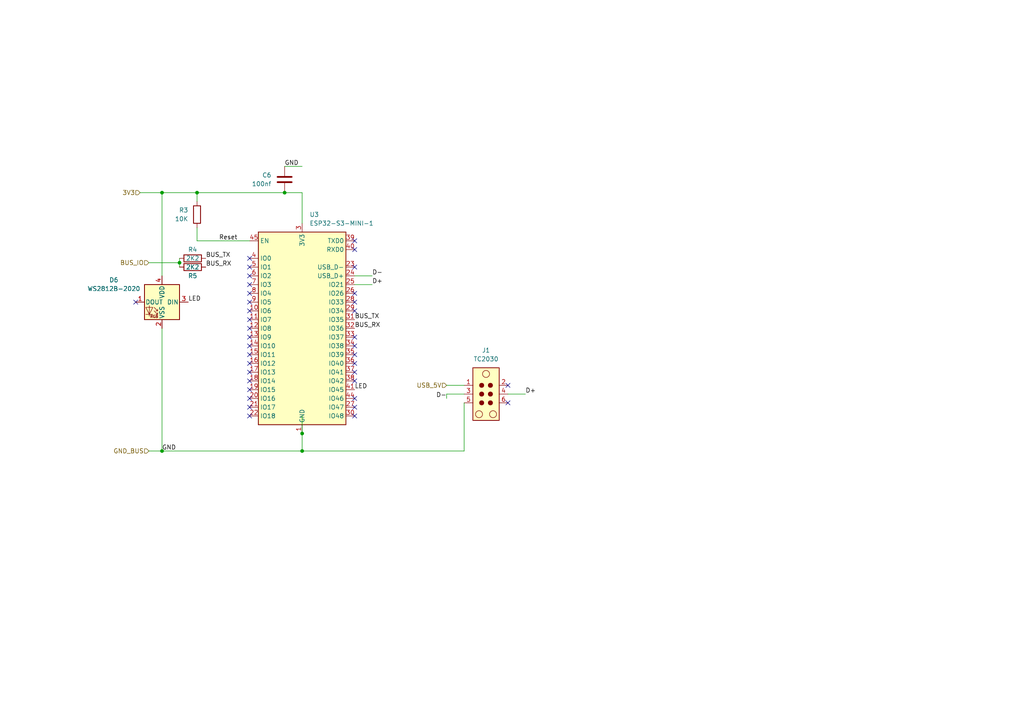
<source format=kicad_sch>
(kicad_sch (version 20250114) (generator "eeschema") (generator_version "9.0")
  (paper "A4")
  (title_block (title "ESP32 Controller") (date "2025-12-31") (rev "1.0"))
  (lib_symbols
    (symbol "Connector:TC2030" (in_bom no)
      (property "Reference" "J" (at 1.27 8.89 0))
      (property "Value" "TC2030" (at 1.27 -8.89 0))
      (symbol "TC2030_1_1"
        (rectangle (start -2.54 7.62) (end 5.08 -7.62) (stroke (width 0.254)) (fill (type background)))
        (circle (center -0.762 -5.842) (radius 1.016))
        (circle (center 0 2.54) (radius 0.635) (fill (type outline)))
        (circle (center 0 0) (radius 0.635) (fill (type outline)))
        (circle (center 0 -2.54) (radius 0.635) (fill (type outline)))
        (circle (center 1.27 5.842) (radius 1.016))
        (circle (center 2.54 2.54) (radius 0.635) (fill (type outline)))
        (circle (center 2.54 0) (radius 0.635) (fill (type outline)))
        (circle (center 2.54 -2.54) (radius 0.635) (fill (type outline)))
        (circle (center 3.302 -5.842) (radius 1.016))
        (pin passive line (at -5.08 2.54 0) (length 2.54) (name "~") (number "1"))
        (pin passive line (at -5.08 0 0) (length 2.54) (name "~") (number "3"))
        (pin passive line (at -5.08 -2.54 0) (length 2.54) (name "~") (number "5"))
        (pin passive line (at 7.62 2.54 180) (length 2.54) (name "~") (number "2"))
        (pin passive line (at 7.62 0 180) (length 2.54) (name "~") (number "4"))
        (pin passive line (at 7.62 -2.54 180) (length 2.54) (name "~") (number "6"))
      )
    )
    (symbol "Device:C" (pin_numbers (hide yes)) (pin_names (offset 0.254))
      (property "Reference" "C" (at 0.635 2.54 0))
      (property "Value" "C" (at 0.635 -2.54 0))
      (symbol "C_0_1"
        (polyline (pts (xy -2.032 0.762) (xy 2.032 0.762)) (stroke (width 0.508)))
        (polyline (pts (xy -2.032 -0.762) (xy 2.032 -0.762)) (stroke (width 0.508)))
      )
      (symbol "C_1_1"
        (pin passive line (at 0 3.81 270) (length 2.794) (name "~") (number "1"))
        (pin passive line (at 0 -3.81 90) (length 2.794) (name "~") (number "2"))
      )
    )
    (symbol "Device:R" (pin_numbers (hide yes)) (pin_names (offset 0))
      (property "Reference" "R" (at 2.032 0 90))
      (property "Value" "R" (at 0 0 90))
      (symbol "R_0_1"
        (rectangle (start -1.016 -2.54) (end 1.016 2.54) (stroke (width 0.254)))
      )
      (symbol "R_1_1"
        (pin passive line (at 0 3.81 270) (length 1.27) (name "~") (number "1"))
        (pin passive line (at 0 -3.81 90) (length 1.27) (name "~") (number "2"))
      )
    )
    (symbol "LED:WS2812B-2020" (pin_names (offset 0.254))
      (property "Reference" "D" (at 5.08 5.715 0))
      (property "Value" "WS2812B-2020" (at 1.27 -5.715 0))
      (symbol "WS2812B-2020_0_0"
        (text "RGB" (at 2.286 -4.191 0) (effects (font (size 0.762 0.762))))
      )
      (symbol "WS2812B-2020_0_1"
        (polyline (pts (xy 1.27 -2.54) (xy 1.778 -2.54)))
        (polyline (pts (xy 1.27 -3.556) (xy 1.778 -3.556)))
        (polyline (pts (xy 2.286 -1.524) (xy 1.27 -2.54) (xy 1.27 -2.032)))
        (polyline (pts (xy 2.286 -2.54) (xy 1.27 -3.556) (xy 1.27 -3.048)))
        (polyline (pts (xy 3.683 -1.016) (xy 3.683 -3.556) (xy 3.683 -4.064)))
        (polyline (pts (xy 4.699 -1.524) (xy 2.667 -1.524) (xy 3.683 -3.556) (xy 4.699 -1.524)))
        (polyline (pts (xy 4.699 -3.556) (xy 2.667 -3.556)))
        (rectangle (start 5.08 5.08) (end -5.08 -5.08) (stroke (width 0.254)) (fill (type background)))
      )
      (symbol "WS2812B-2020_1_1"
        (pin input line (at -7.62 0 0) (length 2.54) (name "DIN") (number "3"))
        (pin power_in line (at 0 7.62 270) (length 2.54) (name "VDD") (number "4"))
        (pin power_in line (at 0 -7.62 90) (length 2.54) (name "VSS") (number "2"))
        (pin output line (at 7.62 0 180) (length 2.54) (name "DOUT") (number "1"))
      )
    )
    (symbol "RF_Module:ESP32-S3-MINI-1"
      (property "Reference" "U" (at -11.43 29.21 0))
      (property "Value" "ESP32-S3-MINI-1" (at 12.7 29.21 0))
      (symbol "ESP32-S3-MINI-1_0_1"
        (rectangle (start -12.7 27.94) (end 12.7 -27.94) (stroke (width 0.254)) (fill (type background)))
      )
      (symbol "ESP32-S3-MINI-1_1_1"
        (pin input line (at -15.24 25.4 0) (length 2.54) (name "EN") (number "45"))
        (pin bidirectional line (at -15.24 20.32 0) (length 2.54) (name "IO0") (number "4"))
        (pin bidirectional line (at -15.24 17.78 0) (length 2.54) (name "IO1") (number "5"))
        (pin bidirectional line (at -15.24 15.24 0) (length 2.54) (name "IO2") (number "6"))
        (pin bidirectional line (at -15.24 12.7 0) (length 2.54) (name "IO3") (number "7"))
        (pin bidirectional line (at -15.24 10.16 0) (length 2.54) (name "IO4") (number "8"))
        (pin bidirectional line (at -15.24 7.62 0) (length 2.54) (name "IO5") (number "9"))
        (pin bidirectional line (at -15.24 5.08 0) (length 2.54) (name "IO6") (number "10"))
        (pin bidirectional line (at -15.24 2.54 0) (length 2.54) (name "IO7") (number "11"))
        (pin bidirectional line (at -15.24 0 0) (length 2.54) (name "IO8") (number "12"))
        (pin bidirectional line (at -15.24 -2.54 0) (length 2.54) (name "IO9") (number "13"))
        (pin bidirectional line (at -15.24 -5.08 0) (length 2.54) (name "IO10") (number "14"))
        (pin bidirectional line (at -15.24 -7.62 0) (length 2.54) (name "IO11") (number "15"))
        (pin bidirectional line (at -15.24 -10.16 0) (length 2.54) (name "IO12") (number "16"))
        (pin bidirectional line (at -15.24 -12.7 0) (length 2.54) (name "IO13") (number "17"))
        (pin bidirectional line (at -15.24 -15.24 0) (length 2.54) (name "IO14") (number "18"))
        (pin bidirectional line (at -15.24 -17.78 0) (length 2.54) (name "IO15") (number "19"))
        (pin bidirectional line (at -15.24 -20.32 0) (length 2.54) (name "IO16") (number "20"))
        (pin bidirectional line (at -15.24 -22.86 0) (length 2.54) (name "IO17") (number "21"))
        (pin bidirectional line (at -15.24 -25.4 0) (length 2.54) (name "IO18") (number "22"))
        (pin power_in line (at 0 30.48 270) (length 2.54) (name "3V3") (number "3"))
        (pin power_in line (at 0 -30.48 90) (length 2.54) (name "GND") (number "1"))
        (pin passive line (at 0 -30.48 90) (length 2.54) (hide yes) (name "GND") (number "2"))
        (pin passive line (at 0 -30.48 90) (length 2.54) (hide yes) (name "GND") (number "42"))
        (pin passive line (at 0 -30.48 90) (length 2.54) (hide yes) (name "GND") (number "43"))
        (pin passive line (at 0 -30.48 90) (length 2.54) (hide yes) (name "GND") (number "46"))
        (pin passive line (at 0 -30.48 90) (length 2.54) (hide yes) (name "GND") (number "47"))
        (pin passive line (at 0 -30.48 90) (length 2.54) (hide yes) (name "GND") (number "48"))
        (pin passive line (at 0 -30.48 90) (length 2.54) (hide yes) (name "GND") (number "49"))
        (pin passive line (at 0 -30.48 90) (length 2.54) (hide yes) (name "GND") (number "50"))
        (pin passive line (at 0 -30.48 90) (length 2.54) (hide yes) (name "GND") (number "51"))
        (pin passive line (at 0 -30.48 90) (length 2.54) (hide yes) (name "GND") (number "52"))
        (pin passive line (at 0 -30.48 90) (length 2.54) (hide yes) (name "GND") (number "53"))
        (pin passive line (at 0 -30.48 90) (length 2.54) (hide yes) (name "GND") (number "54"))
        (pin passive line (at 0 -30.48 90) (length 2.54) (hide yes) (name "GND") (number "55"))
        (pin passive line (at 0 -30.48 90) (length 2.54) (hide yes) (name "GND") (number "56"))
        (pin passive line (at 0 -30.48 90) (length 2.54) (hide yes) (name "GND") (number "57"))
        (pin passive line (at 0 -30.48 90) (length 2.54) (hide yes) (name "GND") (number "58"))
        (pin passive line (at 0 -30.48 90) (length 2.54) (hide yes) (name "GND") (number "59"))
        (pin passive line (at 0 -30.48 90) (length 2.54) (hide yes) (name "GND") (number "60"))
        (pin passive line (at 0 -30.48 90) (length 2.54) (hide yes) (name "GND") (number "61"))
        (pin passive line (at 0 -30.48 90) (length 2.54) (hide yes) (name "GND") (number "62"))
        (pin passive line (at 0 -30.48 90) (length 2.54) (hide yes) (name "GND") (number "63"))
        (pin passive line (at 0 -30.48 90) (length 2.54) (hide yes) (name "GND") (number "64"))
        (pin passive line (at 0 -30.48 90) (length 2.54) (hide yes) (name "GND") (number "65"))
        (pin bidirectional line (at 15.24 25.4 180) (length 2.54) (name "TXD0") (number "39"))
        (pin bidirectional line (at 15.24 22.86 180) (length 2.54) (name "RXD0") (number "40"))
        (pin bidirectional line (at 15.24 17.78 180) (length 2.54) (name "USB_D-") (number "23"))
        (pin bidirectional line (at 15.24 15.24 180) (length 2.54) (name "USB_D+") (number "24"))
        (pin bidirectional line (at 15.24 12.7 180) (length 2.54) (name "IO21") (number "25"))
        (pin bidirectional line (at 15.24 10.16 180) (length 2.54) (name "IO26") (number "26"))
        (pin bidirectional line (at 15.24 7.62 180) (length 2.54) (name "IO33") (number "28"))
        (pin bidirectional line (at 15.24 5.08 180) (length 2.54) (name "IO34") (number "29"))
        (pin bidirectional line (at 15.24 2.54 180) (length 2.54) (name "IO35") (number "31"))
        (pin bidirectional line (at 15.24 0 180) (length 2.54) (name "IO36") (number "32"))
        (pin bidirectional line (at 15.24 -2.54 180) (length 2.54) (name "IO37") (number "33"))
        (pin bidirectional line (at 15.24 -5.08 180) (length 2.54) (name "IO38") (number "34"))
        (pin bidirectional line (at 15.24 -7.62 180) (length 2.54) (name "IO39") (number "35"))
        (pin bidirectional line (at 15.24 -10.16 180) (length 2.54) (name "IO40") (number "36"))
        (pin bidirectional line (at 15.24 -12.7 180) (length 2.54) (name "IO41") (number "37"))
        (pin bidirectional line (at 15.24 -15.24 180) (length 2.54) (name "IO42") (number "38"))
        (pin bidirectional line (at 15.24 -17.78 180) (length 2.54) (name "IO45") (number "41"))
        (pin bidirectional line (at 15.24 -20.32 180) (length 2.54) (name "IO46") (number "44"))
        (pin bidirectional line (at 15.24 -22.86 180) (length 2.54) (name "IO47") (number "27"))
        (pin bidirectional line (at 15.24 -25.4 180) (length 2.54) (name "IO48") (number "30"))
      )
    )
  )
  (junction (at 87.63 130.81))
  (junction (at 82.55 55.88))
  (junction (at 46.99 130.81))
  (junction (at 57.15 55.88))
  (junction (at 52.07 76.2))
  (junction (at 87.63 125.73))
  (junction (at 46.99 55.88))
  (no_connect (at 72.39 115.57))
  (no_connect (at 147.32 116.84))
  (no_connect (at 102.87 77.47))
  (no_connect (at 72.39 74.93))
  (no_connect (at 102.87 90.17))
  (no_connect (at 72.39 120.65))
  (no_connect (at 72.39 85.09))
  (no_connect (at 102.87 110.49))
  (no_connect (at 72.39 92.71))
  (no_connect (at 102.87 107.95))
  (no_connect (at 72.39 110.49))
  (no_connect (at 147.32 111.76))
  (no_connect (at 72.39 95.25))
  (no_connect (at 72.39 100.33))
  (no_connect (at 102.87 120.65))
  (no_connect (at 72.39 97.79))
  (no_connect (at 39.37 87.63))
  (no_connect (at 102.87 105.41))
  (no_connect (at 72.39 80.01))
  (no_connect (at 102.87 69.85))
  (no_connect (at 102.87 87.63))
  (no_connect (at 102.87 118.11))
  (no_connect (at 102.87 85.09))
  (no_connect (at 102.87 72.39))
  (no_connect (at 72.39 118.11))
  (no_connect (at 72.39 77.47))
  (no_connect (at 72.39 102.87))
  (no_connect (at 102.87 115.57))
  (no_connect (at 72.39 87.63))
  (no_connect (at 72.39 82.55))
  (no_connect (at 72.39 113.03))
  (no_connect (at 72.39 107.95))
  (no_connect (at 102.87 97.79))
  (no_connect (at 102.87 102.87))
  (no_connect (at 72.39 90.17))
  (no_connect (at 72.39 105.41))
  (no_connect (at 102.87 100.33))
  (wire (pts (xy 46.99 95.25) (xy 46.99 130.81)))
  (wire (pts (xy 46.99 55.88) (xy 57.15 55.88)))
  (wire (pts (xy 46.99 55.88) (xy 46.99 80.01)))
  (wire (pts (xy 82.55 55.88) (xy 87.63 55.88)))
  (wire (pts (xy 102.87 80.01) (xy 107.95 80.01)))
  (wire (pts (xy 129.54 114.3) (xy 134.62 114.3)))
  (wire (pts (xy 43.18 130.81) (xy 46.99 130.81)))
  (wire (pts (xy 43.18 76.2) (xy 52.07 76.2)))
  (wire (pts (xy 46.99 130.81) (xy 87.63 130.81)))
  (wire (pts (xy 129.54 115.57) (xy 129.54 114.3)))
  (wire (pts (xy 134.62 116.84) (xy 134.62 130.81)))
  (wire (pts (xy 57.15 66.04) (xy 57.15 69.85)))
  (wire (pts (xy 52.07 74.93) (xy 52.07 76.2)))
  (wire (pts (xy 129.54 111.76) (xy 134.62 111.76)))
  (wire (pts (xy 87.63 48.26) (xy 82.55 48.26)))
  (wire (pts (xy 87.63 130.81) (xy 87.63 125.73)))
  (wire (pts (xy 57.15 69.85) (xy 72.39 69.85)))
  (wire (pts (xy 147.32 114.3) (xy 152.4 114.3)))
  (wire (pts (xy 87.63 125.73) (xy 87.63 120.65)))
  (wire (pts (xy 57.15 55.88) (xy 57.15 58.42)))
  (wire (pts (xy 57.15 55.88) (xy 82.55 55.88)))
  (wire (pts (xy 40.64 55.88) (xy 46.99 55.88)))
  (wire (pts (xy 87.63 130.81) (xy 134.62 130.81)))
  (wire (pts (xy 102.87 82.55) (xy 107.95 82.55)))
  (wire (pts (xy 87.63 55.88) (xy 87.63 64.77)))
  (wire (pts (xy 52.07 76.2) (xy 52.07 77.47)))
  (label "LED" (at 54.61 87.63 0))
  (label "GND" (at 46.99 130.81 0))
  (label "BUS_TX" (at 102.87 92.71 0))
  (label "D+" (at 107.95 82.55 0))
  (label "D-" (at 107.95 80.01 0))
  (label "BUS_RX" (at 102.87 95.25 0))
  (label "D-" (at 129.54 115.57 180))
  (label "D+" (at 152.4 114.3 0))
  (label "Reset" (at 63.5 69.85 0))
  (label "BUS_RX" (at 59.69 77.47 0))
  (label "GND" (at 82.55 48.26 0))
  (label "BUS_TX" (at 59.69 74.93 0))
  (label "LED" (at 102.87 113.03 0))
  (hierarchical_label "BUS_IO" (shape input) (at 43.18 76.2 180))
  (hierarchical_label "3V3" (shape input) (at 40.64 55.88 180))
  (hierarchical_label "GND_BUS" (shape input) (at 43.18 130.81 180))
  (hierarchical_label "USB_5V" (shape input) (at 129.54 111.76 180))
  (symbol (lib_id "Device:R") (at 55.88 77.47 270) (unit 1)
    (property "Reference" "R5" (at 55.88 80.01 90))
    (property "Value" "2K2" (at 55.88 77.47 90))
    (property "Footprint" "Resistor_SMD:R_0603_1608Metric" (effects (hide yes)))
    (property "Description" "Resistor" (effects (hide yes)))
    (property "LCSC" "C25744" (effects (hide yes)))
  )
  (symbol (lib_id "Device:C") (at 82.55 52.07 0) (mirror x) (unit 1)
    (property "Reference" "C6" (at 78.74 50.7999 0) (effects (justify right)))
    (property "Value" "100nf" (at 78.74 53.3399 0) (effects (justify right)))
    (property "Footprint" "Capacitor_SMD:C_0603_1608Metric" (effects (hide yes)))
    (property "Description" "Unpolarized capacitor" (effects (hide yes)))
    (property "LCSC" "C52711259" (effects (hide yes)))
  )
  (symbol (lib_id "Device:R") (at 55.88 74.93 270) (unit 1)
    (property "Reference" "R4" (at 55.88 72.39 90))
    (property "Value" "2K2" (at 55.88 74.93 90))
    (property "Footprint" "Resistor_SMD:R_0603_1608Metric" (effects (hide yes)))
    (property "Description" "Resistor" (effects (hide yes)))
    (property "LCSC" "C25744" (effects (hide yes)))
  )
  (symbol (lib_id "RF_Module:ESP32-S3-MINI-1") (at 87.63 95.25 0) (unit 1)
    (property "Reference" "U3" (at 89.7733 62.23 0) (effects (justify left)))
    (property "Value" "ESP32-S3-MINI-1" (at 89.7733 64.77 0) (effects (justify left)))
    (property "Footprint" "RF_Module:ESP32-S2-MINI-1" (effects (hide yes)))
    (property "Datasheet" "https://www.espressif.com/sites/default/files/documentation/esp32-s3-mini-1_mini-1u_datasheet_en.pdf" (effects (hide yes)))
    (property "Description" "RF Module, ESP32-S3 SoC, Wi-Fi 802.11b/g/n, Bluetooth, BLE, 32-bit, 3.3V, SMD, onboard antenna" (effects (hide yes)))
  )
  (symbol (lib_id "LED:WS2812B-2020") (at 46.99 87.63 0) (mirror y) (unit 1)
    (property "Reference" "D6" (at 33.02 81.2098 0))
    (property "Value" "WS2812B-2020" (at 33.02 83.7498 0))
    (property "Footprint" "123:LED_SK6805D-OPSCO_2.1x2.1mm" (effects (hide yes)))
    (property "Datasheet" "https://cdn-shop.adafruit.com/product-files/4684/4684_WS2812B-2020_V1.3_EN.pdf" (effects (hide yes)))
    (property "Description" "RGB LED with integrated controller, 2.0 x 2.0 mm, 12 mA" (effects (hide yes)))
  )
  (symbol (lib_id "Device:R") (at 57.15 62.23 0) (mirror y) (unit 1)
    (property "Reference" "R3" (at 54.61 60.9599 0) (effects (justify left)))
    (property "Value" "10K" (at 54.61 63.4999 0) (effects (justify left)))
    (property "Footprint" "Resistor_SMD:R_0603_1608Metric" (effects (hide yes)))
    (property "Description" "Resistor" (effects (hide yes)))
    (property "LCSC" "C25744" (effects (hide yes)))
  )
  (symbol (lib_id "Connector:TC2030") (at 139.7 114.3 0) (unit 1) (in_bom no)
    (property "Reference" "J1" (at 140.97 101.6 0))
    (property "Value" "TC2030" (at 140.97 104.14 0))
    (property "Footprint" "Connector:Tag-Connect_TC2030-IDC-NL_2x03_P1.27mm_Vertical" (effects (hide yes)))
    (property "Datasheet" "https://www.tag-connect.com/wp-content/uploads/bsk-pdf-manager/2019/12/TC2030-IDC-NL-Datasheet-Rev-B.pdf" (effects (hide yes)))
    (property "Description" "Tag-Connect’s 6-pins connector" (effects (hide yes)))
  )
)
</source>
